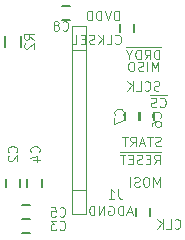
<source format=gbr>
%TF.GenerationSoftware,KiCad,Pcbnew,8.0.7*%
%TF.CreationDate,2025-04-29T18:30:23-03:00*%
%TF.ProjectId,ads_headstage_board_v4,6164735f-6865-4616-9473-746167655f62,rev?*%
%TF.SameCoordinates,Original*%
%TF.FileFunction,Legend,Bot*%
%TF.FilePolarity,Positive*%
%FSLAX46Y46*%
G04 Gerber Fmt 4.6, Leading zero omitted, Abs format (unit mm)*
G04 Created by KiCad (PCBNEW 8.0.7) date 2025-04-29 18:30:23*
%MOMM*%
%LPD*%
G01*
G04 APERTURE LIST*
%ADD10C,0.100000*%
%ADD11C,0.150000*%
%ADD12C,0.050800*%
G04 APERTURE END LIST*
D10*
X134194380Y-92185895D02*
X134194380Y-91385895D01*
X134194380Y-91385895D02*
X134003904Y-91385895D01*
X134003904Y-91385895D02*
X133889618Y-91423990D01*
X133889618Y-91423990D02*
X133813428Y-91500180D01*
X133813428Y-91500180D02*
X133775333Y-91576371D01*
X133775333Y-91576371D02*
X133737237Y-91728752D01*
X133737237Y-91728752D02*
X133737237Y-91843038D01*
X133737237Y-91843038D02*
X133775333Y-91995419D01*
X133775333Y-91995419D02*
X133813428Y-92071609D01*
X133813428Y-92071609D02*
X133889618Y-92147800D01*
X133889618Y-92147800D02*
X134003904Y-92185895D01*
X134003904Y-92185895D02*
X134194380Y-92185895D01*
X133508666Y-91385895D02*
X133241999Y-92185895D01*
X133241999Y-92185895D02*
X132975333Y-91385895D01*
X132708666Y-92185895D02*
X132708666Y-91385895D01*
X132708666Y-91385895D02*
X132518190Y-91385895D01*
X132518190Y-91385895D02*
X132403904Y-91423990D01*
X132403904Y-91423990D02*
X132327714Y-91500180D01*
X132327714Y-91500180D02*
X132289619Y-91576371D01*
X132289619Y-91576371D02*
X132251523Y-91728752D01*
X132251523Y-91728752D02*
X132251523Y-91843038D01*
X132251523Y-91843038D02*
X132289619Y-91995419D01*
X132289619Y-91995419D02*
X132327714Y-92071609D01*
X132327714Y-92071609D02*
X132403904Y-92147800D01*
X132403904Y-92147800D02*
X132518190Y-92185895D01*
X132518190Y-92185895D02*
X132708666Y-92185895D01*
X131908666Y-92185895D02*
X131908666Y-91385895D01*
X131908666Y-91385895D02*
X131718190Y-91385895D01*
X131718190Y-91385895D02*
X131603904Y-91423990D01*
X131603904Y-91423990D02*
X131527714Y-91500180D01*
X131527714Y-91500180D02*
X131489619Y-91576371D01*
X131489619Y-91576371D02*
X131451523Y-91728752D01*
X131451523Y-91728752D02*
X131451523Y-91843038D01*
X131451523Y-91843038D02*
X131489619Y-91995419D01*
X131489619Y-91995419D02*
X131527714Y-92071609D01*
X131527714Y-92071609D02*
X131603904Y-92147800D01*
X131603904Y-92147800D02*
X131718190Y-92185895D01*
X131718190Y-92185895D02*
X131908666Y-92185895D01*
X137623380Y-95487895D02*
X137623380Y-94687895D01*
X137623380Y-94687895D02*
X137432904Y-94687895D01*
X137432904Y-94687895D02*
X137318618Y-94725990D01*
X137318618Y-94725990D02*
X137242428Y-94802180D01*
X137242428Y-94802180D02*
X137204333Y-94878371D01*
X137204333Y-94878371D02*
X137166237Y-95030752D01*
X137166237Y-95030752D02*
X137166237Y-95145038D01*
X137166237Y-95145038D02*
X137204333Y-95297419D01*
X137204333Y-95297419D02*
X137242428Y-95373609D01*
X137242428Y-95373609D02*
X137318618Y-95449800D01*
X137318618Y-95449800D02*
X137432904Y-95487895D01*
X137432904Y-95487895D02*
X137623380Y-95487895D01*
X136366237Y-95487895D02*
X136632904Y-95106942D01*
X136823380Y-95487895D02*
X136823380Y-94687895D01*
X136823380Y-94687895D02*
X136518618Y-94687895D01*
X136518618Y-94687895D02*
X136442428Y-94725990D01*
X136442428Y-94725990D02*
X136404333Y-94764085D01*
X136404333Y-94764085D02*
X136366237Y-94840276D01*
X136366237Y-94840276D02*
X136366237Y-94954561D01*
X136366237Y-94954561D02*
X136404333Y-95030752D01*
X136404333Y-95030752D02*
X136442428Y-95068847D01*
X136442428Y-95068847D02*
X136518618Y-95106942D01*
X136518618Y-95106942D02*
X136823380Y-95106942D01*
X136023380Y-95487895D02*
X136023380Y-94687895D01*
X136023380Y-94687895D02*
X135832904Y-94687895D01*
X135832904Y-94687895D02*
X135718618Y-94725990D01*
X135718618Y-94725990D02*
X135642428Y-94802180D01*
X135642428Y-94802180D02*
X135604333Y-94878371D01*
X135604333Y-94878371D02*
X135566237Y-95030752D01*
X135566237Y-95030752D02*
X135566237Y-95145038D01*
X135566237Y-95145038D02*
X135604333Y-95297419D01*
X135604333Y-95297419D02*
X135642428Y-95373609D01*
X135642428Y-95373609D02*
X135718618Y-95449800D01*
X135718618Y-95449800D02*
X135832904Y-95487895D01*
X135832904Y-95487895D02*
X136023380Y-95487895D01*
X135070999Y-95106942D02*
X135070999Y-95487895D01*
X135337666Y-94687895D02*
X135070999Y-95106942D01*
X135070999Y-95106942D02*
X134804333Y-94687895D01*
X137733857Y-94465800D02*
X134808143Y-94465800D01*
X137528142Y-96503895D02*
X137528142Y-95703895D01*
X137528142Y-95703895D02*
X137261476Y-96275323D01*
X137261476Y-96275323D02*
X136994809Y-95703895D01*
X136994809Y-95703895D02*
X136994809Y-96503895D01*
X136613856Y-96503895D02*
X136613856Y-95703895D01*
X136271000Y-96465800D02*
X136156714Y-96503895D01*
X136156714Y-96503895D02*
X135966238Y-96503895D01*
X135966238Y-96503895D02*
X135890047Y-96465800D01*
X135890047Y-96465800D02*
X135851952Y-96427704D01*
X135851952Y-96427704D02*
X135813857Y-96351514D01*
X135813857Y-96351514D02*
X135813857Y-96275323D01*
X135813857Y-96275323D02*
X135851952Y-96199133D01*
X135851952Y-96199133D02*
X135890047Y-96161038D01*
X135890047Y-96161038D02*
X135966238Y-96122942D01*
X135966238Y-96122942D02*
X136118619Y-96084847D01*
X136118619Y-96084847D02*
X136194809Y-96046752D01*
X136194809Y-96046752D02*
X136232904Y-96008657D01*
X136232904Y-96008657D02*
X136271000Y-95932466D01*
X136271000Y-95932466D02*
X136271000Y-95856276D01*
X136271000Y-95856276D02*
X136232904Y-95780085D01*
X136232904Y-95780085D02*
X136194809Y-95741990D01*
X136194809Y-95741990D02*
X136118619Y-95703895D01*
X136118619Y-95703895D02*
X135928142Y-95703895D01*
X135928142Y-95703895D02*
X135813857Y-95741990D01*
X135318618Y-95703895D02*
X135166237Y-95703895D01*
X135166237Y-95703895D02*
X135090047Y-95741990D01*
X135090047Y-95741990D02*
X135013856Y-95818180D01*
X135013856Y-95818180D02*
X134975761Y-95970561D01*
X134975761Y-95970561D02*
X134975761Y-96237228D01*
X134975761Y-96237228D02*
X135013856Y-96389609D01*
X135013856Y-96389609D02*
X135090047Y-96465800D01*
X135090047Y-96465800D02*
X135166237Y-96503895D01*
X135166237Y-96503895D02*
X135318618Y-96503895D01*
X135318618Y-96503895D02*
X135394809Y-96465800D01*
X135394809Y-96465800D02*
X135470999Y-96389609D01*
X135470999Y-96389609D02*
X135509095Y-96237228D01*
X135509095Y-96237228D02*
X135509095Y-95970561D01*
X135509095Y-95970561D02*
X135470999Y-95818180D01*
X135470999Y-95818180D02*
X135394809Y-95741990D01*
X135394809Y-95741990D02*
X135318618Y-95703895D01*
X137623381Y-98116800D02*
X137509095Y-98154895D01*
X137509095Y-98154895D02*
X137318619Y-98154895D01*
X137318619Y-98154895D02*
X137242428Y-98116800D01*
X137242428Y-98116800D02*
X137204333Y-98078704D01*
X137204333Y-98078704D02*
X137166238Y-98002514D01*
X137166238Y-98002514D02*
X137166238Y-97926323D01*
X137166238Y-97926323D02*
X137204333Y-97850133D01*
X137204333Y-97850133D02*
X137242428Y-97812038D01*
X137242428Y-97812038D02*
X137318619Y-97773942D01*
X137318619Y-97773942D02*
X137471000Y-97735847D01*
X137471000Y-97735847D02*
X137547190Y-97697752D01*
X137547190Y-97697752D02*
X137585285Y-97659657D01*
X137585285Y-97659657D02*
X137623381Y-97583466D01*
X137623381Y-97583466D02*
X137623381Y-97507276D01*
X137623381Y-97507276D02*
X137585285Y-97431085D01*
X137585285Y-97431085D02*
X137547190Y-97392990D01*
X137547190Y-97392990D02*
X137471000Y-97354895D01*
X137471000Y-97354895D02*
X137280523Y-97354895D01*
X137280523Y-97354895D02*
X137166238Y-97392990D01*
X136366237Y-98078704D02*
X136404333Y-98116800D01*
X136404333Y-98116800D02*
X136518618Y-98154895D01*
X136518618Y-98154895D02*
X136594809Y-98154895D01*
X136594809Y-98154895D02*
X136709095Y-98116800D01*
X136709095Y-98116800D02*
X136785285Y-98040609D01*
X136785285Y-98040609D02*
X136823380Y-97964419D01*
X136823380Y-97964419D02*
X136861476Y-97812038D01*
X136861476Y-97812038D02*
X136861476Y-97697752D01*
X136861476Y-97697752D02*
X136823380Y-97545371D01*
X136823380Y-97545371D02*
X136785285Y-97469180D01*
X136785285Y-97469180D02*
X136709095Y-97392990D01*
X136709095Y-97392990D02*
X136594809Y-97354895D01*
X136594809Y-97354895D02*
X136518618Y-97354895D01*
X136518618Y-97354895D02*
X136404333Y-97392990D01*
X136404333Y-97392990D02*
X136366237Y-97431085D01*
X135642428Y-98154895D02*
X136023380Y-98154895D01*
X136023380Y-98154895D02*
X136023380Y-97354895D01*
X135375761Y-98154895D02*
X135375761Y-97354895D01*
X134918618Y-98154895D02*
X135261476Y-97697752D01*
X134918618Y-97354895D02*
X135375761Y-97812038D01*
X137674332Y-99475704D02*
X137712428Y-99513800D01*
X137712428Y-99513800D02*
X137826713Y-99551895D01*
X137826713Y-99551895D02*
X137902904Y-99551895D01*
X137902904Y-99551895D02*
X138017190Y-99513800D01*
X138017190Y-99513800D02*
X138093380Y-99437609D01*
X138093380Y-99437609D02*
X138131475Y-99361419D01*
X138131475Y-99361419D02*
X138169571Y-99209038D01*
X138169571Y-99209038D02*
X138169571Y-99094752D01*
X138169571Y-99094752D02*
X138131475Y-98942371D01*
X138131475Y-98942371D02*
X138093380Y-98866180D01*
X138093380Y-98866180D02*
X138017190Y-98789990D01*
X138017190Y-98789990D02*
X137902904Y-98751895D01*
X137902904Y-98751895D02*
X137826713Y-98751895D01*
X137826713Y-98751895D02*
X137712428Y-98789990D01*
X137712428Y-98789990D02*
X137674332Y-98828085D01*
X137369571Y-99513800D02*
X137255285Y-99551895D01*
X137255285Y-99551895D02*
X137064809Y-99551895D01*
X137064809Y-99551895D02*
X136988618Y-99513800D01*
X136988618Y-99513800D02*
X136950523Y-99475704D01*
X136950523Y-99475704D02*
X136912428Y-99399514D01*
X136912428Y-99399514D02*
X136912428Y-99323323D01*
X136912428Y-99323323D02*
X136950523Y-99247133D01*
X136950523Y-99247133D02*
X136988618Y-99209038D01*
X136988618Y-99209038D02*
X137064809Y-99170942D01*
X137064809Y-99170942D02*
X137217190Y-99132847D01*
X137217190Y-99132847D02*
X137293380Y-99094752D01*
X137293380Y-99094752D02*
X137331475Y-99056657D01*
X137331475Y-99056657D02*
X137369571Y-98980466D01*
X137369571Y-98980466D02*
X137369571Y-98904276D01*
X137369571Y-98904276D02*
X137331475Y-98828085D01*
X137331475Y-98828085D02*
X137293380Y-98789990D01*
X137293380Y-98789990D02*
X137217190Y-98751895D01*
X137217190Y-98751895D02*
X137026713Y-98751895D01*
X137026713Y-98751895D02*
X136912428Y-98789990D01*
X138241952Y-98529800D02*
X136840047Y-98529800D01*
X137724952Y-102815800D02*
X137610666Y-102853895D01*
X137610666Y-102853895D02*
X137420190Y-102853895D01*
X137420190Y-102853895D02*
X137343999Y-102815800D01*
X137343999Y-102815800D02*
X137305904Y-102777704D01*
X137305904Y-102777704D02*
X137267809Y-102701514D01*
X137267809Y-102701514D02*
X137267809Y-102625323D01*
X137267809Y-102625323D02*
X137305904Y-102549133D01*
X137305904Y-102549133D02*
X137343999Y-102511038D01*
X137343999Y-102511038D02*
X137420190Y-102472942D01*
X137420190Y-102472942D02*
X137572571Y-102434847D01*
X137572571Y-102434847D02*
X137648761Y-102396752D01*
X137648761Y-102396752D02*
X137686856Y-102358657D01*
X137686856Y-102358657D02*
X137724952Y-102282466D01*
X137724952Y-102282466D02*
X137724952Y-102206276D01*
X137724952Y-102206276D02*
X137686856Y-102130085D01*
X137686856Y-102130085D02*
X137648761Y-102091990D01*
X137648761Y-102091990D02*
X137572571Y-102053895D01*
X137572571Y-102053895D02*
X137382094Y-102053895D01*
X137382094Y-102053895D02*
X137267809Y-102091990D01*
X137039237Y-102053895D02*
X136582094Y-102053895D01*
X136810666Y-102853895D02*
X136810666Y-102053895D01*
X136353523Y-102625323D02*
X135972570Y-102625323D01*
X136429713Y-102853895D02*
X136163046Y-102053895D01*
X136163046Y-102053895D02*
X135896380Y-102853895D01*
X135172570Y-102853895D02*
X135439237Y-102472942D01*
X135629713Y-102853895D02*
X135629713Y-102053895D01*
X135629713Y-102053895D02*
X135324951Y-102053895D01*
X135324951Y-102053895D02*
X135248761Y-102091990D01*
X135248761Y-102091990D02*
X135210666Y-102130085D01*
X135210666Y-102130085D02*
X135172570Y-102206276D01*
X135172570Y-102206276D02*
X135172570Y-102320561D01*
X135172570Y-102320561D02*
X135210666Y-102396752D01*
X135210666Y-102396752D02*
X135248761Y-102434847D01*
X135248761Y-102434847D02*
X135324951Y-102472942D01*
X135324951Y-102472942D02*
X135629713Y-102472942D01*
X134943999Y-102053895D02*
X134486856Y-102053895D01*
X134715428Y-102853895D02*
X134715428Y-102053895D01*
X137178904Y-104377895D02*
X137445571Y-103996942D01*
X137636047Y-104377895D02*
X137636047Y-103577895D01*
X137636047Y-103577895D02*
X137331285Y-103577895D01*
X137331285Y-103577895D02*
X137255095Y-103615990D01*
X137255095Y-103615990D02*
X137217000Y-103654085D01*
X137217000Y-103654085D02*
X137178904Y-103730276D01*
X137178904Y-103730276D02*
X137178904Y-103844561D01*
X137178904Y-103844561D02*
X137217000Y-103920752D01*
X137217000Y-103920752D02*
X137255095Y-103958847D01*
X137255095Y-103958847D02*
X137331285Y-103996942D01*
X137331285Y-103996942D02*
X137636047Y-103996942D01*
X136836047Y-103958847D02*
X136569381Y-103958847D01*
X136455095Y-104377895D02*
X136836047Y-104377895D01*
X136836047Y-104377895D02*
X136836047Y-103577895D01*
X136836047Y-103577895D02*
X136455095Y-103577895D01*
X136150333Y-104339800D02*
X136036047Y-104377895D01*
X136036047Y-104377895D02*
X135845571Y-104377895D01*
X135845571Y-104377895D02*
X135769380Y-104339800D01*
X135769380Y-104339800D02*
X135731285Y-104301704D01*
X135731285Y-104301704D02*
X135693190Y-104225514D01*
X135693190Y-104225514D02*
X135693190Y-104149323D01*
X135693190Y-104149323D02*
X135731285Y-104073133D01*
X135731285Y-104073133D02*
X135769380Y-104035038D01*
X135769380Y-104035038D02*
X135845571Y-103996942D01*
X135845571Y-103996942D02*
X135997952Y-103958847D01*
X135997952Y-103958847D02*
X136074142Y-103920752D01*
X136074142Y-103920752D02*
X136112237Y-103882657D01*
X136112237Y-103882657D02*
X136150333Y-103806466D01*
X136150333Y-103806466D02*
X136150333Y-103730276D01*
X136150333Y-103730276D02*
X136112237Y-103654085D01*
X136112237Y-103654085D02*
X136074142Y-103615990D01*
X136074142Y-103615990D02*
X135997952Y-103577895D01*
X135997952Y-103577895D02*
X135807475Y-103577895D01*
X135807475Y-103577895D02*
X135693190Y-103615990D01*
X135350332Y-103958847D02*
X135083666Y-103958847D01*
X134969380Y-104377895D02*
X135350332Y-104377895D01*
X135350332Y-104377895D02*
X135350332Y-103577895D01*
X135350332Y-103577895D02*
X134969380Y-103577895D01*
X134740808Y-103577895D02*
X134283665Y-103577895D01*
X134512237Y-104377895D02*
X134512237Y-103577895D01*
X137746524Y-103355800D02*
X134287475Y-103355800D01*
X137655142Y-106282895D02*
X137655142Y-105482895D01*
X137655142Y-105482895D02*
X137388476Y-106054323D01*
X137388476Y-106054323D02*
X137121809Y-105482895D01*
X137121809Y-105482895D02*
X137121809Y-106282895D01*
X136588475Y-105482895D02*
X136436094Y-105482895D01*
X136436094Y-105482895D02*
X136359904Y-105520990D01*
X136359904Y-105520990D02*
X136283713Y-105597180D01*
X136283713Y-105597180D02*
X136245618Y-105749561D01*
X136245618Y-105749561D02*
X136245618Y-106016228D01*
X136245618Y-106016228D02*
X136283713Y-106168609D01*
X136283713Y-106168609D02*
X136359904Y-106244800D01*
X136359904Y-106244800D02*
X136436094Y-106282895D01*
X136436094Y-106282895D02*
X136588475Y-106282895D01*
X136588475Y-106282895D02*
X136664666Y-106244800D01*
X136664666Y-106244800D02*
X136740856Y-106168609D01*
X136740856Y-106168609D02*
X136778952Y-106016228D01*
X136778952Y-106016228D02*
X136778952Y-105749561D01*
X136778952Y-105749561D02*
X136740856Y-105597180D01*
X136740856Y-105597180D02*
X136664666Y-105520990D01*
X136664666Y-105520990D02*
X136588475Y-105482895D01*
X135940857Y-106244800D02*
X135826571Y-106282895D01*
X135826571Y-106282895D02*
X135636095Y-106282895D01*
X135636095Y-106282895D02*
X135559904Y-106244800D01*
X135559904Y-106244800D02*
X135521809Y-106206704D01*
X135521809Y-106206704D02*
X135483714Y-106130514D01*
X135483714Y-106130514D02*
X135483714Y-106054323D01*
X135483714Y-106054323D02*
X135521809Y-105978133D01*
X135521809Y-105978133D02*
X135559904Y-105940038D01*
X135559904Y-105940038D02*
X135636095Y-105901942D01*
X135636095Y-105901942D02*
X135788476Y-105863847D01*
X135788476Y-105863847D02*
X135864666Y-105825752D01*
X135864666Y-105825752D02*
X135902761Y-105787657D01*
X135902761Y-105787657D02*
X135940857Y-105711466D01*
X135940857Y-105711466D02*
X135940857Y-105635276D01*
X135940857Y-105635276D02*
X135902761Y-105559085D01*
X135902761Y-105559085D02*
X135864666Y-105520990D01*
X135864666Y-105520990D02*
X135788476Y-105482895D01*
X135788476Y-105482895D02*
X135597999Y-105482895D01*
X135597999Y-105482895D02*
X135483714Y-105520990D01*
X135140856Y-106282895D02*
X135140856Y-105482895D01*
X138906189Y-109762704D02*
X138944285Y-109800800D01*
X138944285Y-109800800D02*
X139058570Y-109838895D01*
X139058570Y-109838895D02*
X139134761Y-109838895D01*
X139134761Y-109838895D02*
X139249047Y-109800800D01*
X139249047Y-109800800D02*
X139325237Y-109724609D01*
X139325237Y-109724609D02*
X139363332Y-109648419D01*
X139363332Y-109648419D02*
X139401428Y-109496038D01*
X139401428Y-109496038D02*
X139401428Y-109381752D01*
X139401428Y-109381752D02*
X139363332Y-109229371D01*
X139363332Y-109229371D02*
X139325237Y-109153180D01*
X139325237Y-109153180D02*
X139249047Y-109076990D01*
X139249047Y-109076990D02*
X139134761Y-109038895D01*
X139134761Y-109038895D02*
X139058570Y-109038895D01*
X139058570Y-109038895D02*
X138944285Y-109076990D01*
X138944285Y-109076990D02*
X138906189Y-109115085D01*
X138182380Y-109838895D02*
X138563332Y-109838895D01*
X138563332Y-109838895D02*
X138563332Y-109038895D01*
X137915713Y-109838895D02*
X137915713Y-109038895D01*
X137458570Y-109838895D02*
X137801428Y-109381752D01*
X137458570Y-109038895D02*
X137915713Y-109496038D01*
X125510704Y-103371667D02*
X125548800Y-103333571D01*
X125548800Y-103333571D02*
X125586895Y-103219286D01*
X125586895Y-103219286D02*
X125586895Y-103143095D01*
X125586895Y-103143095D02*
X125548800Y-103028809D01*
X125548800Y-103028809D02*
X125472609Y-102952619D01*
X125472609Y-102952619D02*
X125396419Y-102914524D01*
X125396419Y-102914524D02*
X125244038Y-102876428D01*
X125244038Y-102876428D02*
X125129752Y-102876428D01*
X125129752Y-102876428D02*
X124977371Y-102914524D01*
X124977371Y-102914524D02*
X124901180Y-102952619D01*
X124901180Y-102952619D02*
X124824990Y-103028809D01*
X124824990Y-103028809D02*
X124786895Y-103143095D01*
X124786895Y-103143095D02*
X124786895Y-103219286D01*
X124786895Y-103219286D02*
X124824990Y-103333571D01*
X124824990Y-103333571D02*
X124863085Y-103371667D01*
X124863085Y-103676428D02*
X124824990Y-103714524D01*
X124824990Y-103714524D02*
X124786895Y-103790714D01*
X124786895Y-103790714D02*
X124786895Y-103981190D01*
X124786895Y-103981190D02*
X124824990Y-104057381D01*
X124824990Y-104057381D02*
X124863085Y-104095476D01*
X124863085Y-104095476D02*
X124939276Y-104133571D01*
X124939276Y-104133571D02*
X125015466Y-104133571D01*
X125015466Y-104133571D02*
X125129752Y-104095476D01*
X125129752Y-104095476D02*
X125586895Y-103638333D01*
X125586895Y-103638333D02*
X125586895Y-104133571D01*
X129165332Y-109889704D02*
X129203428Y-109927800D01*
X129203428Y-109927800D02*
X129317713Y-109965895D01*
X129317713Y-109965895D02*
X129393904Y-109965895D01*
X129393904Y-109965895D02*
X129508190Y-109927800D01*
X129508190Y-109927800D02*
X129584380Y-109851609D01*
X129584380Y-109851609D02*
X129622475Y-109775419D01*
X129622475Y-109775419D02*
X129660571Y-109623038D01*
X129660571Y-109623038D02*
X129660571Y-109508752D01*
X129660571Y-109508752D02*
X129622475Y-109356371D01*
X129622475Y-109356371D02*
X129584380Y-109280180D01*
X129584380Y-109280180D02*
X129508190Y-109203990D01*
X129508190Y-109203990D02*
X129393904Y-109165895D01*
X129393904Y-109165895D02*
X129317713Y-109165895D01*
X129317713Y-109165895D02*
X129203428Y-109203990D01*
X129203428Y-109203990D02*
X129165332Y-109242085D01*
X128898666Y-109165895D02*
X128403428Y-109165895D01*
X128403428Y-109165895D02*
X128670094Y-109470657D01*
X128670094Y-109470657D02*
X128555809Y-109470657D01*
X128555809Y-109470657D02*
X128479618Y-109508752D01*
X128479618Y-109508752D02*
X128441523Y-109546847D01*
X128441523Y-109546847D02*
X128403428Y-109623038D01*
X128403428Y-109623038D02*
X128403428Y-109813514D01*
X128403428Y-109813514D02*
X128441523Y-109889704D01*
X128441523Y-109889704D02*
X128479618Y-109927800D01*
X128479618Y-109927800D02*
X128555809Y-109965895D01*
X128555809Y-109965895D02*
X128784380Y-109965895D01*
X128784380Y-109965895D02*
X128860571Y-109927800D01*
X128860571Y-109927800D02*
X128898666Y-109889704D01*
X127415704Y-103371667D02*
X127453800Y-103333571D01*
X127453800Y-103333571D02*
X127491895Y-103219286D01*
X127491895Y-103219286D02*
X127491895Y-103143095D01*
X127491895Y-103143095D02*
X127453800Y-103028809D01*
X127453800Y-103028809D02*
X127377609Y-102952619D01*
X127377609Y-102952619D02*
X127301419Y-102914524D01*
X127301419Y-102914524D02*
X127149038Y-102876428D01*
X127149038Y-102876428D02*
X127034752Y-102876428D01*
X127034752Y-102876428D02*
X126882371Y-102914524D01*
X126882371Y-102914524D02*
X126806180Y-102952619D01*
X126806180Y-102952619D02*
X126729990Y-103028809D01*
X126729990Y-103028809D02*
X126691895Y-103143095D01*
X126691895Y-103143095D02*
X126691895Y-103219286D01*
X126691895Y-103219286D02*
X126729990Y-103333571D01*
X126729990Y-103333571D02*
X126768085Y-103371667D01*
X126958561Y-104057381D02*
X127491895Y-104057381D01*
X126653800Y-103866905D02*
X127225228Y-103676428D01*
X127225228Y-103676428D02*
X127225228Y-104171667D01*
X129165332Y-108746704D02*
X129203428Y-108784800D01*
X129203428Y-108784800D02*
X129317713Y-108822895D01*
X129317713Y-108822895D02*
X129393904Y-108822895D01*
X129393904Y-108822895D02*
X129508190Y-108784800D01*
X129508190Y-108784800D02*
X129584380Y-108708609D01*
X129584380Y-108708609D02*
X129622475Y-108632419D01*
X129622475Y-108632419D02*
X129660571Y-108480038D01*
X129660571Y-108480038D02*
X129660571Y-108365752D01*
X129660571Y-108365752D02*
X129622475Y-108213371D01*
X129622475Y-108213371D02*
X129584380Y-108137180D01*
X129584380Y-108137180D02*
X129508190Y-108060990D01*
X129508190Y-108060990D02*
X129393904Y-108022895D01*
X129393904Y-108022895D02*
X129317713Y-108022895D01*
X129317713Y-108022895D02*
X129203428Y-108060990D01*
X129203428Y-108060990D02*
X129165332Y-108099085D01*
X128441523Y-108022895D02*
X128822475Y-108022895D01*
X128822475Y-108022895D02*
X128860571Y-108403847D01*
X128860571Y-108403847D02*
X128822475Y-108365752D01*
X128822475Y-108365752D02*
X128746285Y-108327657D01*
X128746285Y-108327657D02*
X128555809Y-108327657D01*
X128555809Y-108327657D02*
X128479618Y-108365752D01*
X128479618Y-108365752D02*
X128441523Y-108403847D01*
X128441523Y-108403847D02*
X128403428Y-108480038D01*
X128403428Y-108480038D02*
X128403428Y-108670514D01*
X128403428Y-108670514D02*
X128441523Y-108746704D01*
X128441523Y-108746704D02*
X128479618Y-108784800D01*
X128479618Y-108784800D02*
X128555809Y-108822895D01*
X128555809Y-108822895D02*
X128746285Y-108822895D01*
X128746285Y-108822895D02*
X128822475Y-108784800D01*
X128822475Y-108784800D02*
X128860571Y-108746704D01*
X137702704Y-100450667D02*
X137740800Y-100412571D01*
X137740800Y-100412571D02*
X137778895Y-100298286D01*
X137778895Y-100298286D02*
X137778895Y-100222095D01*
X137778895Y-100222095D02*
X137740800Y-100107809D01*
X137740800Y-100107809D02*
X137664609Y-100031619D01*
X137664609Y-100031619D02*
X137588419Y-99993524D01*
X137588419Y-99993524D02*
X137436038Y-99955428D01*
X137436038Y-99955428D02*
X137321752Y-99955428D01*
X137321752Y-99955428D02*
X137169371Y-99993524D01*
X137169371Y-99993524D02*
X137093180Y-100031619D01*
X137093180Y-100031619D02*
X137016990Y-100107809D01*
X137016990Y-100107809D02*
X136978895Y-100222095D01*
X136978895Y-100222095D02*
X136978895Y-100298286D01*
X136978895Y-100298286D02*
X137016990Y-100412571D01*
X137016990Y-100412571D02*
X137055085Y-100450667D01*
X136978895Y-101136381D02*
X136978895Y-100984000D01*
X136978895Y-100984000D02*
X137016990Y-100907809D01*
X137016990Y-100907809D02*
X137055085Y-100869714D01*
X137055085Y-100869714D02*
X137169371Y-100793524D01*
X137169371Y-100793524D02*
X137321752Y-100755428D01*
X137321752Y-100755428D02*
X137626514Y-100755428D01*
X137626514Y-100755428D02*
X137702704Y-100793524D01*
X137702704Y-100793524D02*
X137740800Y-100831619D01*
X137740800Y-100831619D02*
X137778895Y-100907809D01*
X137778895Y-100907809D02*
X137778895Y-101060190D01*
X137778895Y-101060190D02*
X137740800Y-101136381D01*
X137740800Y-101136381D02*
X137702704Y-101174476D01*
X137702704Y-101174476D02*
X137626514Y-101212571D01*
X137626514Y-101212571D02*
X137436038Y-101212571D01*
X137436038Y-101212571D02*
X137359847Y-101174476D01*
X137359847Y-101174476D02*
X137321752Y-101136381D01*
X137321752Y-101136381D02*
X137283657Y-101060190D01*
X137283657Y-101060190D02*
X137283657Y-100907809D01*
X137283657Y-100907809D02*
X137321752Y-100831619D01*
X137321752Y-100831619D02*
X137359847Y-100793524D01*
X137359847Y-100793524D02*
X137436038Y-100755428D01*
X134527704Y-100196667D02*
X134565800Y-100158571D01*
X134565800Y-100158571D02*
X134603895Y-100044286D01*
X134603895Y-100044286D02*
X134603895Y-99968095D01*
X134603895Y-99968095D02*
X134565800Y-99853809D01*
X134565800Y-99853809D02*
X134489609Y-99777619D01*
X134489609Y-99777619D02*
X134413419Y-99739524D01*
X134413419Y-99739524D02*
X134261038Y-99701428D01*
X134261038Y-99701428D02*
X134146752Y-99701428D01*
X134146752Y-99701428D02*
X133994371Y-99739524D01*
X133994371Y-99739524D02*
X133918180Y-99777619D01*
X133918180Y-99777619D02*
X133841990Y-99853809D01*
X133841990Y-99853809D02*
X133803895Y-99968095D01*
X133803895Y-99968095D02*
X133803895Y-100044286D01*
X133803895Y-100044286D02*
X133841990Y-100158571D01*
X133841990Y-100158571D02*
X133880085Y-100196667D01*
X133803895Y-100463333D02*
X133803895Y-100996667D01*
X133803895Y-100996667D02*
X134603895Y-100653809D01*
X129419332Y-92998704D02*
X129457428Y-93036800D01*
X129457428Y-93036800D02*
X129571713Y-93074895D01*
X129571713Y-93074895D02*
X129647904Y-93074895D01*
X129647904Y-93074895D02*
X129762190Y-93036800D01*
X129762190Y-93036800D02*
X129838380Y-92960609D01*
X129838380Y-92960609D02*
X129876475Y-92884419D01*
X129876475Y-92884419D02*
X129914571Y-92732038D01*
X129914571Y-92732038D02*
X129914571Y-92617752D01*
X129914571Y-92617752D02*
X129876475Y-92465371D01*
X129876475Y-92465371D02*
X129838380Y-92389180D01*
X129838380Y-92389180D02*
X129762190Y-92312990D01*
X129762190Y-92312990D02*
X129647904Y-92274895D01*
X129647904Y-92274895D02*
X129571713Y-92274895D01*
X129571713Y-92274895D02*
X129457428Y-92312990D01*
X129457428Y-92312990D02*
X129419332Y-92351085D01*
X128962190Y-92617752D02*
X129038380Y-92579657D01*
X129038380Y-92579657D02*
X129076475Y-92541561D01*
X129076475Y-92541561D02*
X129114571Y-92465371D01*
X129114571Y-92465371D02*
X129114571Y-92427276D01*
X129114571Y-92427276D02*
X129076475Y-92351085D01*
X129076475Y-92351085D02*
X129038380Y-92312990D01*
X129038380Y-92312990D02*
X128962190Y-92274895D01*
X128962190Y-92274895D02*
X128809809Y-92274895D01*
X128809809Y-92274895D02*
X128733618Y-92312990D01*
X128733618Y-92312990D02*
X128695523Y-92351085D01*
X128695523Y-92351085D02*
X128657428Y-92427276D01*
X128657428Y-92427276D02*
X128657428Y-92465371D01*
X128657428Y-92465371D02*
X128695523Y-92541561D01*
X128695523Y-92541561D02*
X128733618Y-92579657D01*
X128733618Y-92579657D02*
X128809809Y-92617752D01*
X128809809Y-92617752D02*
X128962190Y-92617752D01*
X128962190Y-92617752D02*
X129038380Y-92655847D01*
X129038380Y-92655847D02*
X129076475Y-92693942D01*
X129076475Y-92693942D02*
X129114571Y-92770133D01*
X129114571Y-92770133D02*
X129114571Y-92922514D01*
X129114571Y-92922514D02*
X129076475Y-92998704D01*
X129076475Y-92998704D02*
X129038380Y-93036800D01*
X129038380Y-93036800D02*
X128962190Y-93074895D01*
X128962190Y-93074895D02*
X128809809Y-93074895D01*
X128809809Y-93074895D02*
X128733618Y-93036800D01*
X128733618Y-93036800D02*
X128695523Y-92998704D01*
X128695523Y-92998704D02*
X128657428Y-92922514D01*
X128657428Y-92922514D02*
X128657428Y-92770133D01*
X128657428Y-92770133D02*
X128695523Y-92693942D01*
X128695523Y-92693942D02*
X128733618Y-92655847D01*
X128733618Y-92655847D02*
X128809809Y-92617752D01*
X134124666Y-106498895D02*
X134124666Y-107070323D01*
X134124666Y-107070323D02*
X134162761Y-107184609D01*
X134162761Y-107184609D02*
X134238952Y-107260800D01*
X134238952Y-107260800D02*
X134353237Y-107298895D01*
X134353237Y-107298895D02*
X134429428Y-107298895D01*
X133324666Y-107298895D02*
X133781809Y-107298895D01*
X133553237Y-107298895D02*
X133553237Y-106498895D01*
X133553237Y-106498895D02*
X133629428Y-106613180D01*
X133629428Y-106613180D02*
X133705618Y-106689371D01*
X133705618Y-106689371D02*
X133781809Y-106727466D01*
X133876856Y-94141704D02*
X133914952Y-94179800D01*
X133914952Y-94179800D02*
X134029237Y-94217895D01*
X134029237Y-94217895D02*
X134105428Y-94217895D01*
X134105428Y-94217895D02*
X134219714Y-94179800D01*
X134219714Y-94179800D02*
X134295904Y-94103609D01*
X134295904Y-94103609D02*
X134333999Y-94027419D01*
X134333999Y-94027419D02*
X134372095Y-93875038D01*
X134372095Y-93875038D02*
X134372095Y-93760752D01*
X134372095Y-93760752D02*
X134333999Y-93608371D01*
X134333999Y-93608371D02*
X134295904Y-93532180D01*
X134295904Y-93532180D02*
X134219714Y-93455990D01*
X134219714Y-93455990D02*
X134105428Y-93417895D01*
X134105428Y-93417895D02*
X134029237Y-93417895D01*
X134029237Y-93417895D02*
X133914952Y-93455990D01*
X133914952Y-93455990D02*
X133876856Y-93494085D01*
X133153047Y-94217895D02*
X133533999Y-94217895D01*
X133533999Y-94217895D02*
X133533999Y-93417895D01*
X132886380Y-94217895D02*
X132886380Y-93417895D01*
X132429237Y-94217895D02*
X132772095Y-93760752D01*
X132429237Y-93417895D02*
X132886380Y-93875038D01*
X132124476Y-94179800D02*
X132010190Y-94217895D01*
X132010190Y-94217895D02*
X131819714Y-94217895D01*
X131819714Y-94217895D02*
X131743523Y-94179800D01*
X131743523Y-94179800D02*
X131705428Y-94141704D01*
X131705428Y-94141704D02*
X131667333Y-94065514D01*
X131667333Y-94065514D02*
X131667333Y-93989323D01*
X131667333Y-93989323D02*
X131705428Y-93913133D01*
X131705428Y-93913133D02*
X131743523Y-93875038D01*
X131743523Y-93875038D02*
X131819714Y-93836942D01*
X131819714Y-93836942D02*
X131972095Y-93798847D01*
X131972095Y-93798847D02*
X132048285Y-93760752D01*
X132048285Y-93760752D02*
X132086380Y-93722657D01*
X132086380Y-93722657D02*
X132124476Y-93646466D01*
X132124476Y-93646466D02*
X132124476Y-93570276D01*
X132124476Y-93570276D02*
X132086380Y-93494085D01*
X132086380Y-93494085D02*
X132048285Y-93455990D01*
X132048285Y-93455990D02*
X131972095Y-93417895D01*
X131972095Y-93417895D02*
X131781618Y-93417895D01*
X131781618Y-93417895D02*
X131667333Y-93455990D01*
X131324475Y-93798847D02*
X131057809Y-93798847D01*
X130943523Y-94217895D02*
X131324475Y-94217895D01*
X131324475Y-94217895D02*
X131324475Y-93417895D01*
X131324475Y-93417895D02*
X130943523Y-93417895D01*
X130219713Y-94217895D02*
X130600665Y-94217895D01*
X130600665Y-94217895D02*
X130600665Y-93417895D01*
X135286523Y-108467323D02*
X134905570Y-108467323D01*
X135362713Y-108695895D02*
X135096046Y-107895895D01*
X135096046Y-107895895D02*
X134829380Y-108695895D01*
X134562713Y-108695895D02*
X134562713Y-107895895D01*
X134562713Y-107895895D02*
X134372237Y-107895895D01*
X134372237Y-107895895D02*
X134257951Y-107933990D01*
X134257951Y-107933990D02*
X134181761Y-108010180D01*
X134181761Y-108010180D02*
X134143666Y-108086371D01*
X134143666Y-108086371D02*
X134105570Y-108238752D01*
X134105570Y-108238752D02*
X134105570Y-108353038D01*
X134105570Y-108353038D02*
X134143666Y-108505419D01*
X134143666Y-108505419D02*
X134181761Y-108581609D01*
X134181761Y-108581609D02*
X134257951Y-108657800D01*
X134257951Y-108657800D02*
X134372237Y-108695895D01*
X134372237Y-108695895D02*
X134562713Y-108695895D01*
X133343666Y-107933990D02*
X133419856Y-107895895D01*
X133419856Y-107895895D02*
X133534142Y-107895895D01*
X133534142Y-107895895D02*
X133648428Y-107933990D01*
X133648428Y-107933990D02*
X133724618Y-108010180D01*
X133724618Y-108010180D02*
X133762713Y-108086371D01*
X133762713Y-108086371D02*
X133800809Y-108238752D01*
X133800809Y-108238752D02*
X133800809Y-108353038D01*
X133800809Y-108353038D02*
X133762713Y-108505419D01*
X133762713Y-108505419D02*
X133724618Y-108581609D01*
X133724618Y-108581609D02*
X133648428Y-108657800D01*
X133648428Y-108657800D02*
X133534142Y-108695895D01*
X133534142Y-108695895D02*
X133457951Y-108695895D01*
X133457951Y-108695895D02*
X133343666Y-108657800D01*
X133343666Y-108657800D02*
X133305570Y-108619704D01*
X133305570Y-108619704D02*
X133305570Y-108353038D01*
X133305570Y-108353038D02*
X133457951Y-108353038D01*
X132962713Y-108695895D02*
X132962713Y-107895895D01*
X132962713Y-107895895D02*
X132505570Y-108695895D01*
X132505570Y-108695895D02*
X132505570Y-107895895D01*
X132124618Y-108695895D02*
X132124618Y-107895895D01*
X132124618Y-107895895D02*
X131934142Y-107895895D01*
X131934142Y-107895895D02*
X131819856Y-107933990D01*
X131819856Y-107933990D02*
X131743666Y-108010180D01*
X131743666Y-108010180D02*
X131705571Y-108086371D01*
X131705571Y-108086371D02*
X131667475Y-108238752D01*
X131667475Y-108238752D02*
X131667475Y-108353038D01*
X131667475Y-108353038D02*
X131705571Y-108505419D01*
X131705571Y-108505419D02*
X131743666Y-108581609D01*
X131743666Y-108581609D02*
X131819856Y-108657800D01*
X131819856Y-108657800D02*
X131934142Y-108695895D01*
X131934142Y-108695895D02*
X132124618Y-108695895D01*
X126983895Y-93846667D02*
X126602942Y-93580000D01*
X126983895Y-93389524D02*
X126183895Y-93389524D01*
X126183895Y-93389524D02*
X126183895Y-93694286D01*
X126183895Y-93694286D02*
X126221990Y-93770476D01*
X126221990Y-93770476D02*
X126260085Y-93808571D01*
X126260085Y-93808571D02*
X126336276Y-93846667D01*
X126336276Y-93846667D02*
X126450561Y-93846667D01*
X126450561Y-93846667D02*
X126526752Y-93808571D01*
X126526752Y-93808571D02*
X126564847Y-93770476D01*
X126564847Y-93770476D02*
X126602942Y-93694286D01*
X126602942Y-93694286D02*
X126602942Y-93389524D01*
X126260085Y-94151428D02*
X126221990Y-94189524D01*
X126221990Y-94189524D02*
X126183895Y-94265714D01*
X126183895Y-94265714D02*
X126183895Y-94456190D01*
X126183895Y-94456190D02*
X126221990Y-94532381D01*
X126221990Y-94532381D02*
X126260085Y-94570476D01*
X126260085Y-94570476D02*
X126336276Y-94608571D01*
X126336276Y-94608571D02*
X126412466Y-94608571D01*
X126412466Y-94608571D02*
X126526752Y-94570476D01*
X126526752Y-94570476D02*
X126983895Y-94113333D01*
X126983895Y-94113333D02*
X126983895Y-94608571D01*
D11*
%TO.C,C2*%
X124600000Y-105650000D02*
X124600000Y-106350000D01*
X125800000Y-106350000D02*
X125800000Y-105650000D01*
%TO.C,C3*%
X126700000Y-109050000D02*
X126000000Y-109050000D01*
X126000000Y-110250000D02*
X126700000Y-110250000D01*
%TO.C,C4*%
X126450000Y-105650000D02*
X126450000Y-106350000D01*
X127650000Y-106350000D02*
X127650000Y-105650000D01*
%TO.C,C5*%
X126700000Y-107850000D02*
X126000000Y-107850000D01*
X126000000Y-109050000D02*
X126700000Y-109050000D01*
%TO.C,C6*%
X137150000Y-100650000D02*
X137150000Y-99950000D01*
X135950000Y-99950000D02*
X135950000Y-100650000D01*
%TO.C,C7*%
X135900000Y-100650000D02*
X135900000Y-99950000D01*
X134700000Y-99950000D02*
X134700000Y-100650000D01*
%TO.C,C8*%
X130050000Y-91000000D02*
X129350000Y-91000000D01*
X129350000Y-92200000D02*
X130050000Y-92200000D01*
D12*
%TO.C,J1*%
X131400000Y-106600000D02*
X131400000Y-108600000D01*
X131400000Y-108600000D02*
X130200000Y-108600000D01*
X130200000Y-106600000D02*
X130200000Y-108600000D01*
X130200000Y-94700000D02*
X130200000Y-92700000D01*
X130200000Y-92700000D02*
X131400000Y-92700000D01*
X131400000Y-94700000D02*
X131400000Y-92700000D01*
X131400000Y-92700000D02*
X131400000Y-94700000D01*
X131400000Y-106600000D02*
X131400000Y-94700000D01*
X131400000Y-94700000D02*
X130200000Y-94700000D01*
X130200000Y-94700000D02*
X130200000Y-106600000D01*
X130200000Y-106600000D02*
X131400000Y-106600000D01*
D11*
%TO.C,CLKSEL*%
X134300000Y-92500000D02*
X134300000Y-93200000D01*
X135500000Y-93200000D02*
X135500000Y-92500000D01*
%TO.C,ADGND*%
X136850000Y-108800000D02*
X136850000Y-108100000D01*
X135650000Y-108100000D02*
X135650000Y-108800000D01*
%TO.C,R2*%
X124575000Y-93500000D02*
X124575000Y-94500000D01*
X125925000Y-94500000D02*
X125925000Y-93500000D01*
%TD*%
M02*

</source>
